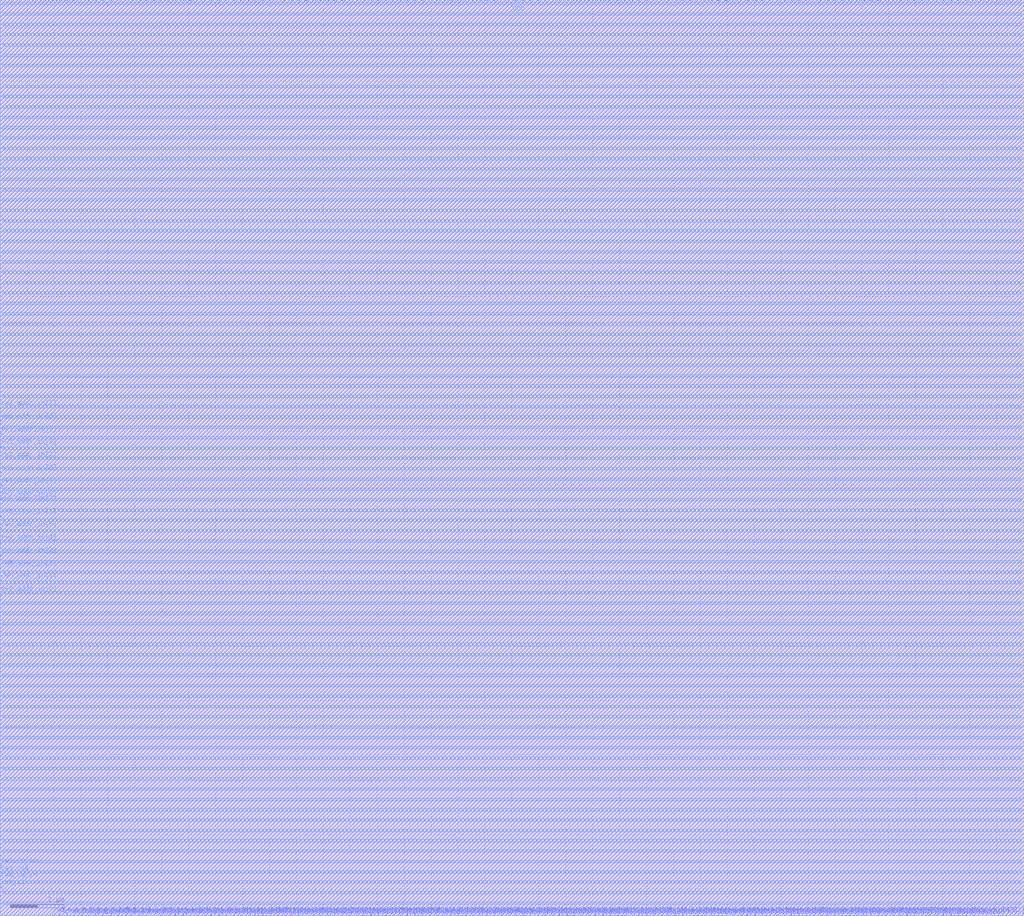
<source format=lef>
# Generated by OpenFakeRAM
VERSION 5.7 ;
BUSBITCHARS "[]" ;
PROPERTYDEFINITIONS
  MACRO width INTEGER ;
  MACRO depth INTEGER ;
  MACRO banks INTEGER ;
END PROPERTYDEFINITIONS
MACRO fakeram_w64_l256
  PROPERTY width 64 ;
  PROPERTY depth 256 ;
  PROPERTY banks 1 ;
  FOREIGN fakeram_w64_l256 0 0 ;
  SYMMETRY X Y R90 ;
  SIZE 38.016 BY 34.032 ;
  CLASS BLOCK ;
  PIN rw0_clk
    DIRECTION INPUT ;
    USE SIGNAL ;
    SHAPE ABUTMENT ;
    PORT
      LAYER M4 ;
      RECT 0.000 1.044 0.048 1.068 ;
    END
  END rw0_clk
  PIN rw0_ce_in
    DIRECTION INPUT ;
    USE SIGNAL ;
    SHAPE ABUTMENT ;
    PORT
      LAYER M4 ;
      RECT 0.000 1.332 0.048 1.356 ;
    END
  END rw0_ce_in
  PIN rw1_clk
    DIRECTION INPUT ;
    USE SIGNAL ;
    SHAPE ABUTMENT ;
    PORT
      LAYER M4 ;
      RECT 0.000 1.572 0.048 1.596 ;
    END
  END rw1_clk
  PIN rw1_ce_in
    DIRECTION INPUT ;
    USE SIGNAL ;
    SHAPE ABUTMENT ;
    PORT
      LAYER M4 ;
      RECT 0.000 1.860 0.048 1.884 ;
    END
  END rw1_ce_in
  PIN rw0_addr_in[0]
    DIRECTION INPUT ;
    USE SIGNAL ;
    SHAPE ABUTMENT ;
    PORT
      LAYER M4 ;
      RECT 0.000 11.940 0.048 11.964 ;
    END
  END rw0_addr_in[0]
  PIN rw0_addr_in[1]
    DIRECTION INPUT ;
    USE SIGNAL ;
    SHAPE ABUTMENT ;
    PORT
      LAYER M4 ;
      RECT 0.000 12.420 0.048 12.444 ;
    END
  END rw0_addr_in[1]
  PIN rw0_addr_in[2]
    DIRECTION INPUT ;
    USE SIGNAL ;
    SHAPE ABUTMENT ;
    PORT
      LAYER M4 ;
      RECT 0.000 12.900 0.048 12.924 ;
    END
  END rw0_addr_in[2]
  PIN rw0_addr_in[3]
    DIRECTION INPUT ;
    USE SIGNAL ;
    SHAPE ABUTMENT ;
    PORT
      LAYER M4 ;
      RECT 0.000 13.380 0.048 13.404 ;
    END
  END rw0_addr_in[3]
  PIN rw0_addr_in[4]
    DIRECTION INPUT ;
    USE SIGNAL ;
    SHAPE ABUTMENT ;
    PORT
      LAYER M4 ;
      RECT 0.000 13.860 0.048 13.884 ;
    END
  END rw0_addr_in[4]
  PIN rw0_addr_in[5]
    DIRECTION INPUT ;
    USE SIGNAL ;
    SHAPE ABUTMENT ;
    PORT
      LAYER M4 ;
      RECT 0.000 14.340 0.048 14.364 ;
    END
  END rw0_addr_in[5]
  PIN rw0_addr_in[6]
    DIRECTION INPUT ;
    USE SIGNAL ;
    SHAPE ABUTMENT ;
    PORT
      LAYER M4 ;
      RECT 0.000 14.820 0.048 14.844 ;
    END
  END rw0_addr_in[6]
  PIN rw0_addr_in[7]
    DIRECTION INPUT ;
    USE SIGNAL ;
    SHAPE ABUTMENT ;
    PORT
      LAYER M4 ;
      RECT 0.000 15.300 0.048 15.324 ;
    END
  END rw0_addr_in[7]
  PIN rw1_addr_in[0]
    DIRECTION INPUT ;
    USE SIGNAL ;
    SHAPE ABUTMENT ;
    PORT
      LAYER M4 ;
      RECT 0.000 15.492 0.048 15.516 ;
    END
  END rw1_addr_in[0]
  PIN rw1_addr_in[1]
    DIRECTION INPUT ;
    USE SIGNAL ;
    SHAPE ABUTMENT ;
    PORT
      LAYER M4 ;
      RECT 0.000 15.972 0.048 15.996 ;
    END
  END rw1_addr_in[1]
  PIN rw1_addr_in[2]
    DIRECTION INPUT ;
    USE SIGNAL ;
    SHAPE ABUTMENT ;
    PORT
      LAYER M4 ;
      RECT 0.000 16.452 0.048 16.476 ;
    END
  END rw1_addr_in[2]
  PIN rw1_addr_in[3]
    DIRECTION INPUT ;
    USE SIGNAL ;
    SHAPE ABUTMENT ;
    PORT
      LAYER M4 ;
      RECT 0.000 16.932 0.048 16.956 ;
    END
  END rw1_addr_in[3]
  PIN rw1_addr_in[4]
    DIRECTION INPUT ;
    USE SIGNAL ;
    SHAPE ABUTMENT ;
    PORT
      LAYER M4 ;
      RECT 0.000 17.412 0.048 17.436 ;
    END
  END rw1_addr_in[4]
  PIN rw1_addr_in[5]
    DIRECTION INPUT ;
    USE SIGNAL ;
    SHAPE ABUTMENT ;
    PORT
      LAYER M4 ;
      RECT 0.000 17.892 0.048 17.916 ;
    END
  END rw1_addr_in[5]
  PIN rw1_addr_in[6]
    DIRECTION INPUT ;
    USE SIGNAL ;
    SHAPE ABUTMENT ;
    PORT
      LAYER M4 ;
      RECT 0.000 18.372 0.048 18.396 ;
    END
  END rw1_addr_in[6]
  PIN rw1_addr_in[7]
    DIRECTION INPUT ;
    USE SIGNAL ;
    SHAPE ABUTMENT ;
    PORT
      LAYER M4 ;
      RECT 0.000 18.852 0.048 18.876 ;
    END
  END rw1_addr_in[7]
  PIN rw1_rd_out[0]
    DIRECTION OUTPUT ;
    USE SIGNAL ;
    SHAPE ABUTMENT ;
    PORT
      LAYER M3 ;
      RECT 1.935 33.996 1.953 34.032 ;
    END
  END rw1_rd_out[0]
  PIN rw0_rd_out[0]
    DIRECTION OUTPUT ;
    USE SIGNAL ;
    SHAPE ABUTMENT ;
    PORT
      LAYER M3 ;
      RECT 2.187 33.996 2.205 34.032 ;
    END
  END rw0_rd_out[0]
  PIN rw1_rd_out[1]
    DIRECTION OUTPUT ;
    USE SIGNAL ;
    SHAPE ABUTMENT ;
    PORT
      LAYER M3 ;
      RECT 2.475 33.996 2.493 34.032 ;
    END
  END rw1_rd_out[1]
  PIN rw0_rd_out[1]
    DIRECTION OUTPUT ;
    USE SIGNAL ;
    SHAPE ABUTMENT ;
    PORT
      LAYER M3 ;
      RECT 2.727 33.996 2.745 34.032 ;
    END
  END rw0_rd_out[1]
  PIN rw1_rd_out[2]
    DIRECTION OUTPUT ;
    USE SIGNAL ;
    SHAPE ABUTMENT ;
    PORT
      LAYER M3 ;
      RECT 3.015 33.996 3.033 34.032 ;
    END
  END rw1_rd_out[2]
  PIN rw0_rd_out[2]
    DIRECTION OUTPUT ;
    USE SIGNAL ;
    SHAPE ABUTMENT ;
    PORT
      LAYER M3 ;
      RECT 3.267 33.996 3.285 34.032 ;
    END
  END rw0_rd_out[2]
  PIN rw1_rd_out[3]
    DIRECTION OUTPUT ;
    USE SIGNAL ;
    SHAPE ABUTMENT ;
    PORT
      LAYER M3 ;
      RECT 3.555 33.996 3.573 34.032 ;
    END
  END rw1_rd_out[3]
  PIN rw0_rd_out[3]
    DIRECTION OUTPUT ;
    USE SIGNAL ;
    SHAPE ABUTMENT ;
    PORT
      LAYER M3 ;
      RECT 3.807 33.996 3.825 34.032 ;
    END
  END rw0_rd_out[3]
  PIN rw1_rd_out[4]
    DIRECTION OUTPUT ;
    USE SIGNAL ;
    SHAPE ABUTMENT ;
    PORT
      LAYER M3 ;
      RECT 4.095 33.996 4.113 34.032 ;
    END
  END rw1_rd_out[4]
  PIN rw0_rd_out[4]
    DIRECTION OUTPUT ;
    USE SIGNAL ;
    SHAPE ABUTMENT ;
    PORT
      LAYER M3 ;
      RECT 4.347 33.996 4.365 34.032 ;
    END
  END rw0_rd_out[4]
  PIN rw1_rd_out[5]
    DIRECTION OUTPUT ;
    USE SIGNAL ;
    SHAPE ABUTMENT ;
    PORT
      LAYER M3 ;
      RECT 4.635 33.996 4.653 34.032 ;
    END
  END rw1_rd_out[5]
  PIN rw0_rd_out[5]
    DIRECTION OUTPUT ;
    USE SIGNAL ;
    SHAPE ABUTMENT ;
    PORT
      LAYER M3 ;
      RECT 4.887 33.996 4.905 34.032 ;
    END
  END rw0_rd_out[5]
  PIN rw1_rd_out[6]
    DIRECTION OUTPUT ;
    USE SIGNAL ;
    SHAPE ABUTMENT ;
    PORT
      LAYER M3 ;
      RECT 5.175 33.996 5.193 34.032 ;
    END
  END rw1_rd_out[6]
  PIN rw0_rd_out[6]
    DIRECTION OUTPUT ;
    USE SIGNAL ;
    SHAPE ABUTMENT ;
    PORT
      LAYER M3 ;
      RECT 5.427 33.996 5.445 34.032 ;
    END
  END rw0_rd_out[6]
  PIN rw1_rd_out[7]
    DIRECTION OUTPUT ;
    USE SIGNAL ;
    SHAPE ABUTMENT ;
    PORT
      LAYER M3 ;
      RECT 5.715 33.996 5.733 34.032 ;
    END
  END rw1_rd_out[7]
  PIN rw0_rd_out[7]
    DIRECTION OUTPUT ;
    USE SIGNAL ;
    SHAPE ABUTMENT ;
    PORT
      LAYER M3 ;
      RECT 5.967 33.996 5.985 34.032 ;
    END
  END rw0_rd_out[7]
  PIN rw1_rd_out[8]
    DIRECTION OUTPUT ;
    USE SIGNAL ;
    SHAPE ABUTMENT ;
    PORT
      LAYER M3 ;
      RECT 6.255 33.996 6.273 34.032 ;
    END
  END rw1_rd_out[8]
  PIN rw0_rd_out[8]
    DIRECTION OUTPUT ;
    USE SIGNAL ;
    SHAPE ABUTMENT ;
    PORT
      LAYER M3 ;
      RECT 6.507 33.996 6.525 34.032 ;
    END
  END rw0_rd_out[8]
  PIN rw1_rd_out[9]
    DIRECTION OUTPUT ;
    USE SIGNAL ;
    SHAPE ABUTMENT ;
    PORT
      LAYER M3 ;
      RECT 6.795 33.996 6.813 34.032 ;
    END
  END rw1_rd_out[9]
  PIN rw0_rd_out[9]
    DIRECTION OUTPUT ;
    USE SIGNAL ;
    SHAPE ABUTMENT ;
    PORT
      LAYER M3 ;
      RECT 7.047 33.996 7.065 34.032 ;
    END
  END rw0_rd_out[9]
  PIN rw1_rd_out[10]
    DIRECTION OUTPUT ;
    USE SIGNAL ;
    SHAPE ABUTMENT ;
    PORT
      LAYER M3 ;
      RECT 7.299 33.996 7.317 34.032 ;
    END
  END rw1_rd_out[10]
  PIN rw0_rd_out[10]
    DIRECTION OUTPUT ;
    USE SIGNAL ;
    SHAPE ABUTMENT ;
    PORT
      LAYER M3 ;
      RECT 7.587 33.996 7.605 34.032 ;
    END
  END rw0_rd_out[10]
  PIN rw1_rd_out[11]
    DIRECTION OUTPUT ;
    USE SIGNAL ;
    SHAPE ABUTMENT ;
    PORT
      LAYER M3 ;
      RECT 7.839 33.996 7.857 34.032 ;
    END
  END rw1_rd_out[11]
  PIN rw0_rd_out[11]
    DIRECTION OUTPUT ;
    USE SIGNAL ;
    SHAPE ABUTMENT ;
    PORT
      LAYER M3 ;
      RECT 8.127 33.996 8.145 34.032 ;
    END
  END rw0_rd_out[11]
  PIN rw1_rd_out[12]
    DIRECTION OUTPUT ;
    USE SIGNAL ;
    SHAPE ABUTMENT ;
    PORT
      LAYER M3 ;
      RECT 8.379 33.996 8.397 34.032 ;
    END
  END rw1_rd_out[12]
  PIN rw0_rd_out[12]
    DIRECTION OUTPUT ;
    USE SIGNAL ;
    SHAPE ABUTMENT ;
    PORT
      LAYER M3 ;
      RECT 8.667 33.996 8.685 34.032 ;
    END
  END rw0_rd_out[12]
  PIN rw1_rd_out[13]
    DIRECTION OUTPUT ;
    USE SIGNAL ;
    SHAPE ABUTMENT ;
    PORT
      LAYER M3 ;
      RECT 8.919 33.996 8.937 34.032 ;
    END
  END rw1_rd_out[13]
  PIN rw0_rd_out[13]
    DIRECTION OUTPUT ;
    USE SIGNAL ;
    SHAPE ABUTMENT ;
    PORT
      LAYER M3 ;
      RECT 9.207 33.996 9.225 34.032 ;
    END
  END rw0_rd_out[13]
  PIN rw1_rd_out[14]
    DIRECTION OUTPUT ;
    USE SIGNAL ;
    SHAPE ABUTMENT ;
    PORT
      LAYER M3 ;
      RECT 9.459 33.996 9.477 34.032 ;
    END
  END rw1_rd_out[14]
  PIN rw0_rd_out[14]
    DIRECTION OUTPUT ;
    USE SIGNAL ;
    SHAPE ABUTMENT ;
    PORT
      LAYER M3 ;
      RECT 9.747 33.996 9.765 34.032 ;
    END
  END rw0_rd_out[14]
  PIN rw1_rd_out[15]
    DIRECTION OUTPUT ;
    USE SIGNAL ;
    SHAPE ABUTMENT ;
    PORT
      LAYER M3 ;
      RECT 9.999 33.996 10.017 34.032 ;
    END
  END rw1_rd_out[15]
  PIN rw0_rd_out[15]
    DIRECTION OUTPUT ;
    USE SIGNAL ;
    SHAPE ABUTMENT ;
    PORT
      LAYER M3 ;
      RECT 10.287 33.996 10.305 34.032 ;
    END
  END rw0_rd_out[15]
  PIN rw1_rd_out[16]
    DIRECTION OUTPUT ;
    USE SIGNAL ;
    SHAPE ABUTMENT ;
    PORT
      LAYER M3 ;
      RECT 10.539 33.996 10.557 34.032 ;
    END
  END rw1_rd_out[16]
  PIN rw0_rd_out[16]
    DIRECTION OUTPUT ;
    USE SIGNAL ;
    SHAPE ABUTMENT ;
    PORT
      LAYER M3 ;
      RECT 10.827 33.996 10.845 34.032 ;
    END
  END rw0_rd_out[16]
  PIN rw1_rd_out[17]
    DIRECTION OUTPUT ;
    USE SIGNAL ;
    SHAPE ABUTMENT ;
    PORT
      LAYER M3 ;
      RECT 11.079 33.996 11.097 34.032 ;
    END
  END rw1_rd_out[17]
  PIN rw0_rd_out[17]
    DIRECTION OUTPUT ;
    USE SIGNAL ;
    SHAPE ABUTMENT ;
    PORT
      LAYER M3 ;
      RECT 11.367 33.996 11.385 34.032 ;
    END
  END rw0_rd_out[17]
  PIN rw1_rd_out[18]
    DIRECTION OUTPUT ;
    USE SIGNAL ;
    SHAPE ABUTMENT ;
    PORT
      LAYER M3 ;
      RECT 11.619 33.996 11.637 34.032 ;
    END
  END rw1_rd_out[18]
  PIN rw0_rd_out[18]
    DIRECTION OUTPUT ;
    USE SIGNAL ;
    SHAPE ABUTMENT ;
    PORT
      LAYER M3 ;
      RECT 11.871 33.996 11.889 34.032 ;
    END
  END rw0_rd_out[18]
  PIN rw1_rd_out[19]
    DIRECTION OUTPUT ;
    USE SIGNAL ;
    SHAPE ABUTMENT ;
    PORT
      LAYER M3 ;
      RECT 12.159 33.996 12.177 34.032 ;
    END
  END rw1_rd_out[19]
  PIN rw0_rd_out[19]
    DIRECTION OUTPUT ;
    USE SIGNAL ;
    SHAPE ABUTMENT ;
    PORT
      LAYER M3 ;
      RECT 12.411 33.996 12.429 34.032 ;
    END
  END rw0_rd_out[19]
  PIN rw1_rd_out[20]
    DIRECTION OUTPUT ;
    USE SIGNAL ;
    SHAPE ABUTMENT ;
    PORT
      LAYER M3 ;
      RECT 12.699 33.996 12.717 34.032 ;
    END
  END rw1_rd_out[20]
  PIN rw0_rd_out[20]
    DIRECTION OUTPUT ;
    USE SIGNAL ;
    SHAPE ABUTMENT ;
    PORT
      LAYER M3 ;
      RECT 12.951 33.996 12.969 34.032 ;
    END
  END rw0_rd_out[20]
  PIN rw1_rd_out[21]
    DIRECTION OUTPUT ;
    USE SIGNAL ;
    SHAPE ABUTMENT ;
    PORT
      LAYER M3 ;
      RECT 13.239 33.996 13.257 34.032 ;
    END
  END rw1_rd_out[21]
  PIN rw0_rd_out[21]
    DIRECTION OUTPUT ;
    USE SIGNAL ;
    SHAPE ABUTMENT ;
    PORT
      LAYER M3 ;
      RECT 13.491 33.996 13.509 34.032 ;
    END
  END rw0_rd_out[21]
  PIN rw1_rd_out[22]
    DIRECTION OUTPUT ;
    USE SIGNAL ;
    SHAPE ABUTMENT ;
    PORT
      LAYER M3 ;
      RECT 13.779 33.996 13.797 34.032 ;
    END
  END rw1_rd_out[22]
  PIN rw0_rd_out[22]
    DIRECTION OUTPUT ;
    USE SIGNAL ;
    SHAPE ABUTMENT ;
    PORT
      LAYER M3 ;
      RECT 14.031 33.996 14.049 34.032 ;
    END
  END rw0_rd_out[22]
  PIN rw1_rd_out[23]
    DIRECTION OUTPUT ;
    USE SIGNAL ;
    SHAPE ABUTMENT ;
    PORT
      LAYER M3 ;
      RECT 14.319 33.996 14.337 34.032 ;
    END
  END rw1_rd_out[23]
  PIN rw0_rd_out[23]
    DIRECTION OUTPUT ;
    USE SIGNAL ;
    SHAPE ABUTMENT ;
    PORT
      LAYER M3 ;
      RECT 14.571 33.996 14.589 34.032 ;
    END
  END rw0_rd_out[23]
  PIN rw1_rd_out[24]
    DIRECTION OUTPUT ;
    USE SIGNAL ;
    SHAPE ABUTMENT ;
    PORT
      LAYER M3 ;
      RECT 14.859 33.996 14.877 34.032 ;
    END
  END rw1_rd_out[24]
  PIN rw0_rd_out[24]
    DIRECTION OUTPUT ;
    USE SIGNAL ;
    SHAPE ABUTMENT ;
    PORT
      LAYER M3 ;
      RECT 15.111 33.996 15.129 34.032 ;
    END
  END rw0_rd_out[24]
  PIN rw1_rd_out[25]
    DIRECTION OUTPUT ;
    USE SIGNAL ;
    SHAPE ABUTMENT ;
    PORT
      LAYER M3 ;
      RECT 15.399 33.996 15.417 34.032 ;
    END
  END rw1_rd_out[25]
  PIN rw0_rd_out[25]
    DIRECTION OUTPUT ;
    USE SIGNAL ;
    SHAPE ABUTMENT ;
    PORT
      LAYER M3 ;
      RECT 15.651 33.996 15.669 34.032 ;
    END
  END rw0_rd_out[25]
  PIN rw1_rd_out[26]
    DIRECTION OUTPUT ;
    USE SIGNAL ;
    SHAPE ABUTMENT ;
    PORT
      LAYER M3 ;
      RECT 15.939 33.996 15.957 34.032 ;
    END
  END rw1_rd_out[26]
  PIN rw0_rd_out[26]
    DIRECTION OUTPUT ;
    USE SIGNAL ;
    SHAPE ABUTMENT ;
    PORT
      LAYER M3 ;
      RECT 16.191 33.996 16.209 34.032 ;
    END
  END rw0_rd_out[26]
  PIN rw1_rd_out[27]
    DIRECTION OUTPUT ;
    USE SIGNAL ;
    SHAPE ABUTMENT ;
    PORT
      LAYER M3 ;
      RECT 16.479 33.996 16.497 34.032 ;
    END
  END rw1_rd_out[27]
  PIN rw0_rd_out[27]
    DIRECTION OUTPUT ;
    USE SIGNAL ;
    SHAPE ABUTMENT ;
    PORT
      LAYER M3 ;
      RECT 16.731 33.996 16.749 34.032 ;
    END
  END rw0_rd_out[27]
  PIN rw1_rd_out[28]
    DIRECTION OUTPUT ;
    USE SIGNAL ;
    SHAPE ABUTMENT ;
    PORT
      LAYER M3 ;
      RECT 16.983 33.996 17.001 34.032 ;
    END
  END rw1_rd_out[28]
  PIN rw0_rd_out[28]
    DIRECTION OUTPUT ;
    USE SIGNAL ;
    SHAPE ABUTMENT ;
    PORT
      LAYER M3 ;
      RECT 17.271 33.996 17.289 34.032 ;
    END
  END rw0_rd_out[28]
  PIN rw1_rd_out[29]
    DIRECTION OUTPUT ;
    USE SIGNAL ;
    SHAPE ABUTMENT ;
    PORT
      LAYER M3 ;
      RECT 17.523 33.996 17.541 34.032 ;
    END
  END rw1_rd_out[29]
  PIN rw0_rd_out[29]
    DIRECTION OUTPUT ;
    USE SIGNAL ;
    SHAPE ABUTMENT ;
    PORT
      LAYER M3 ;
      RECT 17.811 33.996 17.829 34.032 ;
    END
  END rw0_rd_out[29]
  PIN rw1_rd_out[30]
    DIRECTION OUTPUT ;
    USE SIGNAL ;
    SHAPE ABUTMENT ;
    PORT
      LAYER M3 ;
      RECT 18.063 33.996 18.081 34.032 ;
    END
  END rw1_rd_out[30]
  PIN rw0_rd_out[30]
    DIRECTION OUTPUT ;
    USE SIGNAL ;
    SHAPE ABUTMENT ;
    PORT
      LAYER M3 ;
      RECT 18.351 33.996 18.369 34.032 ;
    END
  END rw0_rd_out[30]
  PIN rw1_rd_out[31]
    DIRECTION OUTPUT ;
    USE SIGNAL ;
    SHAPE ABUTMENT ;
    PORT
      LAYER M3 ;
      RECT 18.603 33.996 18.621 34.032 ;
    END
  END rw1_rd_out[31]
  PIN rw0_rd_out[31]
    DIRECTION OUTPUT ;
    USE SIGNAL ;
    SHAPE ABUTMENT ;
    PORT
      LAYER M3 ;
      RECT 18.891 33.996 18.909 34.032 ;
    END
  END rw0_rd_out[31]
  PIN rw1_rd_out[32]
    DIRECTION OUTPUT ;
    USE SIGNAL ;
    SHAPE ABUTMENT ;
    PORT
      LAYER M3 ;
      RECT 19.143 33.996 19.161 34.032 ;
    END
  END rw1_rd_out[32]
  PIN rw0_rd_out[32]
    DIRECTION OUTPUT ;
    USE SIGNAL ;
    SHAPE ABUTMENT ;
    PORT
      LAYER M3 ;
      RECT 19.431 33.996 19.449 34.032 ;
    END
  END rw0_rd_out[32]
  PIN rw1_rd_out[33]
    DIRECTION OUTPUT ;
    USE SIGNAL ;
    SHAPE ABUTMENT ;
    PORT
      LAYER M3 ;
      RECT 19.683 33.996 19.701 34.032 ;
    END
  END rw1_rd_out[33]
  PIN rw0_rd_out[33]
    DIRECTION OUTPUT ;
    USE SIGNAL ;
    SHAPE ABUTMENT ;
    PORT
      LAYER M3 ;
      RECT 19.971 33.996 19.989 34.032 ;
    END
  END rw0_rd_out[33]
  PIN rw1_rd_out[34]
    DIRECTION OUTPUT ;
    USE SIGNAL ;
    SHAPE ABUTMENT ;
    PORT
      LAYER M3 ;
      RECT 20.223 33.996 20.241 34.032 ;
    END
  END rw1_rd_out[34]
  PIN rw0_rd_out[34]
    DIRECTION OUTPUT ;
    USE SIGNAL ;
    SHAPE ABUTMENT ;
    PORT
      LAYER M3 ;
      RECT 20.511 33.996 20.529 34.032 ;
    END
  END rw0_rd_out[34]
  PIN rw1_rd_out[35]
    DIRECTION OUTPUT ;
    USE SIGNAL ;
    SHAPE ABUTMENT ;
    PORT
      LAYER M3 ;
      RECT 20.763 33.996 20.781 34.032 ;
    END
  END rw1_rd_out[35]
  PIN rw0_rd_out[35]
    DIRECTION OUTPUT ;
    USE SIGNAL ;
    SHAPE ABUTMENT ;
    PORT
      LAYER M3 ;
      RECT 21.051 33.996 21.069 34.032 ;
    END
  END rw0_rd_out[35]
  PIN rw1_rd_out[36]
    DIRECTION OUTPUT ;
    USE SIGNAL ;
    SHAPE ABUTMENT ;
    PORT
      LAYER M3 ;
      RECT 21.303 33.996 21.321 34.032 ;
    END
  END rw1_rd_out[36]
  PIN rw0_rd_out[36]
    DIRECTION OUTPUT ;
    USE SIGNAL ;
    SHAPE ABUTMENT ;
    PORT
      LAYER M3 ;
      RECT 21.555 33.996 21.573 34.032 ;
    END
  END rw0_rd_out[36]
  PIN rw1_rd_out[37]
    DIRECTION OUTPUT ;
    USE SIGNAL ;
    SHAPE ABUTMENT ;
    PORT
      LAYER M3 ;
      RECT 21.843 33.996 21.861 34.032 ;
    END
  END rw1_rd_out[37]
  PIN rw0_rd_out[37]
    DIRECTION OUTPUT ;
    USE SIGNAL ;
    SHAPE ABUTMENT ;
    PORT
      LAYER M3 ;
      RECT 22.095 33.996 22.113 34.032 ;
    END
  END rw0_rd_out[37]
  PIN rw1_rd_out[38]
    DIRECTION OUTPUT ;
    USE SIGNAL ;
    SHAPE ABUTMENT ;
    PORT
      LAYER M3 ;
      RECT 22.383 33.996 22.401 34.032 ;
    END
  END rw1_rd_out[38]
  PIN rw0_rd_out[38]
    DIRECTION OUTPUT ;
    USE SIGNAL ;
    SHAPE ABUTMENT ;
    PORT
      LAYER M3 ;
      RECT 22.635 33.996 22.653 34.032 ;
    END
  END rw0_rd_out[38]
  PIN rw1_rd_out[39]
    DIRECTION OUTPUT ;
    USE SIGNAL ;
    SHAPE ABUTMENT ;
    PORT
      LAYER M3 ;
      RECT 22.923 33.996 22.941 34.032 ;
    END
  END rw1_rd_out[39]
  PIN rw0_rd_out[39]
    DIRECTION OUTPUT ;
    USE SIGNAL ;
    SHAPE ABUTMENT ;
    PORT
      LAYER M3 ;
      RECT 23.175 33.996 23.193 34.032 ;
    END
  END rw0_rd_out[39]
  PIN rw1_rd_out[40]
    DIRECTION OUTPUT ;
    USE SIGNAL ;
    SHAPE ABUTMENT ;
    PORT
      LAYER M3 ;
      RECT 23.463 33.996 23.481 34.032 ;
    END
  END rw1_rd_out[40]
  PIN rw0_rd_out[40]
    DIRECTION OUTPUT ;
    USE SIGNAL ;
    SHAPE ABUTMENT ;
    PORT
      LAYER M3 ;
      RECT 23.715 33.996 23.733 34.032 ;
    END
  END rw0_rd_out[40]
  PIN rw1_rd_out[41]
    DIRECTION OUTPUT ;
    USE SIGNAL ;
    SHAPE ABUTMENT ;
    PORT
      LAYER M3 ;
      RECT 24.003 33.996 24.021 34.032 ;
    END
  END rw1_rd_out[41]
  PIN rw0_rd_out[41]
    DIRECTION OUTPUT ;
    USE SIGNAL ;
    SHAPE ABUTMENT ;
    PORT
      LAYER M3 ;
      RECT 24.255 33.996 24.273 34.032 ;
    END
  END rw0_rd_out[41]
  PIN rw1_rd_out[42]
    DIRECTION OUTPUT ;
    USE SIGNAL ;
    SHAPE ABUTMENT ;
    PORT
      LAYER M3 ;
      RECT 24.543 33.996 24.561 34.032 ;
    END
  END rw1_rd_out[42]
  PIN rw0_rd_out[42]
    DIRECTION OUTPUT ;
    USE SIGNAL ;
    SHAPE ABUTMENT ;
    PORT
      LAYER M3 ;
      RECT 24.795 33.996 24.813 34.032 ;
    END
  END rw0_rd_out[42]
  PIN rw1_rd_out[43]
    DIRECTION OUTPUT ;
    USE SIGNAL ;
    SHAPE ABUTMENT ;
    PORT
      LAYER M3 ;
      RECT 25.083 33.996 25.101 34.032 ;
    END
  END rw1_rd_out[43]
  PIN rw0_rd_out[43]
    DIRECTION OUTPUT ;
    USE SIGNAL ;
    SHAPE ABUTMENT ;
    PORT
      LAYER M3 ;
      RECT 25.335 33.996 25.353 34.032 ;
    END
  END rw0_rd_out[43]
  PIN rw1_rd_out[44]
    DIRECTION OUTPUT ;
    USE SIGNAL ;
    SHAPE ABUTMENT ;
    PORT
      LAYER M3 ;
      RECT 25.623 33.996 25.641 34.032 ;
    END
  END rw1_rd_out[44]
  PIN rw0_rd_out[44]
    DIRECTION OUTPUT ;
    USE SIGNAL ;
    SHAPE ABUTMENT ;
    PORT
      LAYER M3 ;
      RECT 25.875 33.996 25.893 34.032 ;
    END
  END rw0_rd_out[44]
  PIN rw1_rd_out[45]
    DIRECTION OUTPUT ;
    USE SIGNAL ;
    SHAPE ABUTMENT ;
    PORT
      LAYER M3 ;
      RECT 26.163 33.996 26.181 34.032 ;
    END
  END rw1_rd_out[45]
  PIN rw0_rd_out[45]
    DIRECTION OUTPUT ;
    USE SIGNAL ;
    SHAPE ABUTMENT ;
    PORT
      LAYER M3 ;
      RECT 26.415 33.996 26.433 34.032 ;
    END
  END rw0_rd_out[45]
  PIN rw1_rd_out[46]
    DIRECTION OUTPUT ;
    USE SIGNAL ;
    SHAPE ABUTMENT ;
    PORT
      LAYER M3 ;
      RECT 26.667 33.996 26.685 34.032 ;
    END
  END rw1_rd_out[46]
  PIN rw0_rd_out[46]
    DIRECTION OUTPUT ;
    USE SIGNAL ;
    SHAPE ABUTMENT ;
    PORT
      LAYER M3 ;
      RECT 26.955 33.996 26.973 34.032 ;
    END
  END rw0_rd_out[46]
  PIN rw1_rd_out[47]
    DIRECTION OUTPUT ;
    USE SIGNAL ;
    SHAPE ABUTMENT ;
    PORT
      LAYER M3 ;
      RECT 27.207 33.996 27.225 34.032 ;
    END
  END rw1_rd_out[47]
  PIN rw0_rd_out[47]
    DIRECTION OUTPUT ;
    USE SIGNAL ;
    SHAPE ABUTMENT ;
    PORT
      LAYER M3 ;
      RECT 27.495 33.996 27.513 34.032 ;
    END
  END rw0_rd_out[47]
  PIN rw1_rd_out[48]
    DIRECTION OUTPUT ;
    USE SIGNAL ;
    SHAPE ABUTMENT ;
    PORT
      LAYER M3 ;
      RECT 27.747 33.996 27.765 34.032 ;
    END
  END rw1_rd_out[48]
  PIN rw0_rd_out[48]
    DIRECTION OUTPUT ;
    USE SIGNAL ;
    SHAPE ABUTMENT ;
    PORT
      LAYER M3 ;
      RECT 28.035 33.996 28.053 34.032 ;
    END
  END rw0_rd_out[48]
  PIN rw1_rd_out[49]
    DIRECTION OUTPUT ;
    USE SIGNAL ;
    SHAPE ABUTMENT ;
    PORT
      LAYER M3 ;
      RECT 28.287 33.996 28.305 34.032 ;
    END
  END rw1_rd_out[49]
  PIN rw0_rd_out[49]
    DIRECTION OUTPUT ;
    USE SIGNAL ;
    SHAPE ABUTMENT ;
    PORT
      LAYER M3 ;
      RECT 28.575 33.996 28.593 34.032 ;
    END
  END rw0_rd_out[49]
  PIN rw1_rd_out[50]
    DIRECTION OUTPUT ;
    USE SIGNAL ;
    SHAPE ABUTMENT ;
    PORT
      LAYER M3 ;
      RECT 28.827 33.996 28.845 34.032 ;
    END
  END rw1_rd_out[50]
  PIN rw0_rd_out[50]
    DIRECTION OUTPUT ;
    USE SIGNAL ;
    SHAPE ABUTMENT ;
    PORT
      LAYER M3 ;
      RECT 29.115 33.996 29.133 34.032 ;
    END
  END rw0_rd_out[50]
  PIN rw1_rd_out[51]
    DIRECTION OUTPUT ;
    USE SIGNAL ;
    SHAPE ABUTMENT ;
    PORT
      LAYER M3 ;
      RECT 29.367 33.996 29.385 34.032 ;
    END
  END rw1_rd_out[51]
  PIN rw0_rd_out[51]
    DIRECTION OUTPUT ;
    USE SIGNAL ;
    SHAPE ABUTMENT ;
    PORT
      LAYER M3 ;
      RECT 29.655 33.996 29.673 34.032 ;
    END
  END rw0_rd_out[51]
  PIN rw1_rd_out[52]
    DIRECTION OUTPUT ;
    USE SIGNAL ;
    SHAPE ABUTMENT ;
    PORT
      LAYER M3 ;
      RECT 29.907 33.996 29.925 34.032 ;
    END
  END rw1_rd_out[52]
  PIN rw0_rd_out[52]
    DIRECTION OUTPUT ;
    USE SIGNAL ;
    SHAPE ABUTMENT ;
    PORT
      LAYER M3 ;
      RECT 30.195 33.996 30.213 34.032 ;
    END
  END rw0_rd_out[52]
  PIN rw1_rd_out[53]
    DIRECTION OUTPUT ;
    USE SIGNAL ;
    SHAPE ABUTMENT ;
    PORT
      LAYER M3 ;
      RECT 30.447 33.996 30.465 34.032 ;
    END
  END rw1_rd_out[53]
  PIN rw0_rd_out[53]
    DIRECTION OUTPUT ;
    USE SIGNAL ;
    SHAPE ABUTMENT ;
    PORT
      LAYER M3 ;
      RECT 30.735 33.996 30.753 34.032 ;
    END
  END rw0_rd_out[53]
  PIN rw1_rd_out[54]
    DIRECTION OUTPUT ;
    USE SIGNAL ;
    SHAPE ABUTMENT ;
    PORT
      LAYER M3 ;
      RECT 30.987 33.996 31.005 34.032 ;
    END
  END rw1_rd_out[54]
  PIN rw0_rd_out[54]
    DIRECTION OUTPUT ;
    USE SIGNAL ;
    SHAPE ABUTMENT ;
    PORT
      LAYER M3 ;
      RECT 31.239 33.996 31.257 34.032 ;
    END
  END rw0_rd_out[54]
  PIN rw1_rd_out[55]
    DIRECTION OUTPUT ;
    USE SIGNAL ;
    SHAPE ABUTMENT ;
    PORT
      LAYER M3 ;
      RECT 31.527 33.996 31.545 34.032 ;
    END
  END rw1_rd_out[55]
  PIN rw0_rd_out[55]
    DIRECTION OUTPUT ;
    USE SIGNAL ;
    SHAPE ABUTMENT ;
    PORT
      LAYER M3 ;
      RECT 31.779 33.996 31.797 34.032 ;
    END
  END rw0_rd_out[55]
  PIN rw1_rd_out[56]
    DIRECTION OUTPUT ;
    USE SIGNAL ;
    SHAPE ABUTMENT ;
    PORT
      LAYER M3 ;
      RECT 32.067 33.996 32.085 34.032 ;
    END
  END rw1_rd_out[56]
  PIN rw0_rd_out[56]
    DIRECTION OUTPUT ;
    USE SIGNAL ;
    SHAPE ABUTMENT ;
    PORT
      LAYER M3 ;
      RECT 32.319 33.996 32.337 34.032 ;
    END
  END rw0_rd_out[56]
  PIN rw1_rd_out[57]
    DIRECTION OUTPUT ;
    USE SIGNAL ;
    SHAPE ABUTMENT ;
    PORT
      LAYER M3 ;
      RECT 32.607 33.996 32.625 34.032 ;
    END
  END rw1_rd_out[57]
  PIN rw0_rd_out[57]
    DIRECTION OUTPUT ;
    USE SIGNAL ;
    SHAPE ABUTMENT ;
    PORT
      LAYER M3 ;
      RECT 32.859 33.996 32.877 34.032 ;
    END
  END rw0_rd_out[57]
  PIN rw1_rd_out[58]
    DIRECTION OUTPUT ;
    USE SIGNAL ;
    SHAPE ABUTMENT ;
    PORT
      LAYER M3 ;
      RECT 33.147 33.996 33.165 34.032 ;
    END
  END rw1_rd_out[58]
  PIN rw0_rd_out[58]
    DIRECTION OUTPUT ;
    USE SIGNAL ;
    SHAPE ABUTMENT ;
    PORT
      LAYER M3 ;
      RECT 33.399 33.996 33.417 34.032 ;
    END
  END rw0_rd_out[58]
  PIN rw1_rd_out[59]
    DIRECTION OUTPUT ;
    USE SIGNAL ;
    SHAPE ABUTMENT ;
    PORT
      LAYER M3 ;
      RECT 33.687 33.996 33.705 34.032 ;
    END
  END rw1_rd_out[59]
  PIN rw0_rd_out[59]
    DIRECTION OUTPUT ;
    USE SIGNAL ;
    SHAPE ABUTMENT ;
    PORT
      LAYER M3 ;
      RECT 33.939 33.996 33.957 34.032 ;
    END
  END rw0_rd_out[59]
  PIN rw1_rd_out[60]
    DIRECTION OUTPUT ;
    USE SIGNAL ;
    SHAPE ABUTMENT ;
    PORT
      LAYER M3 ;
      RECT 34.227 33.996 34.245 34.032 ;
    END
  END rw1_rd_out[60]
  PIN rw0_rd_out[60]
    DIRECTION OUTPUT ;
    USE SIGNAL ;
    SHAPE ABUTMENT ;
    PORT
      LAYER M3 ;
      RECT 34.479 33.996 34.497 34.032 ;
    END
  END rw0_rd_out[60]
  PIN rw1_rd_out[61]
    DIRECTION OUTPUT ;
    USE SIGNAL ;
    SHAPE ABUTMENT ;
    PORT
      LAYER M3 ;
      RECT 34.767 33.996 34.785 34.032 ;
    END
  END rw1_rd_out[61]
  PIN rw0_rd_out[61]
    DIRECTION OUTPUT ;
    USE SIGNAL ;
    SHAPE ABUTMENT ;
    PORT
      LAYER M3 ;
      RECT 35.019 33.996 35.037 34.032 ;
    END
  END rw0_rd_out[61]
  PIN rw1_rd_out[62]
    DIRECTION OUTPUT ;
    USE SIGNAL ;
    SHAPE ABUTMENT ;
    PORT
      LAYER M3 ;
      RECT 35.307 33.996 35.325 34.032 ;
    END
  END rw1_rd_out[62]
  PIN rw0_rd_out[62]
    DIRECTION OUTPUT ;
    USE SIGNAL ;
    SHAPE ABUTMENT ;
    PORT
      LAYER M3 ;
      RECT 35.559 33.996 35.577 34.032 ;
    END
  END rw0_rd_out[62]
  PIN rw1_rd_out[63]
    DIRECTION OUTPUT ;
    USE SIGNAL ;
    SHAPE ABUTMENT ;
    PORT
      LAYER M3 ;
      RECT 35.847 33.996 35.865 34.032 ;
    END
  END rw1_rd_out[63]
  PIN rw0_rd_out[63]
    DIRECTION OUTPUT ;
    USE SIGNAL ;
    SHAPE ABUTMENT ;
    PORT
      LAYER M3 ;
      RECT 36.099 33.996 36.117 34.032 ;
    END
  END rw0_rd_out[63]
  PIN rw0_we_in
    DIRECTION INPUT ;
    USE SIGNAL ;
    SHAPE ABUTMENT ;
    PORT
      LAYER M4 ;
      RECT 37.968 31.284 38.016 31.308 ;
    END
  END rw0_we_in
  PIN rw1_we_in
    DIRECTION INPUT ;
    USE SIGNAL ;
    SHAPE ABUTMENT ;
    PORT
      LAYER M4 ;
      RECT 37.968 32.148 38.016 32.172 ;
    END
  END rw1_we_in
  PIN rw1_wd_in[0]
    DIRECTION INPUT ;
    USE SIGNAL ;
    SHAPE ABUTMENT ;
    PORT
      LAYER M3 ;
      RECT 1.935 0.000 1.953 0.036 ;
    END
  END rw1_wd_in[0]
  PIN rw0_wd_in[0]
    DIRECTION INPUT ;
    USE SIGNAL ;
    SHAPE ABUTMENT ;
    PORT
      LAYER M3 ;
      RECT 2.187 0.000 2.205 0.036 ;
    END
  END rw0_wd_in[0]
  PIN rw1_wd_in[1]
    DIRECTION INPUT ;
    USE SIGNAL ;
    SHAPE ABUTMENT ;
    PORT
      LAYER M3 ;
      RECT 2.475 0.000 2.493 0.036 ;
    END
  END rw1_wd_in[1]
  PIN rw0_wd_in[1]
    DIRECTION INPUT ;
    USE SIGNAL ;
    SHAPE ABUTMENT ;
    PORT
      LAYER M3 ;
      RECT 2.727 0.000 2.745 0.036 ;
    END
  END rw0_wd_in[1]
  PIN rw1_wd_in[2]
    DIRECTION INPUT ;
    USE SIGNAL ;
    SHAPE ABUTMENT ;
    PORT
      LAYER M3 ;
      RECT 3.015 0.000 3.033 0.036 ;
    END
  END rw1_wd_in[2]
  PIN rw0_wd_in[2]
    DIRECTION INPUT ;
    USE SIGNAL ;
    SHAPE ABUTMENT ;
    PORT
      LAYER M3 ;
      RECT 3.267 0.000 3.285 0.036 ;
    END
  END rw0_wd_in[2]
  PIN rw1_wd_in[3]
    DIRECTION INPUT ;
    USE SIGNAL ;
    SHAPE ABUTMENT ;
    PORT
      LAYER M3 ;
      RECT 3.555 0.000 3.573 0.036 ;
    END
  END rw1_wd_in[3]
  PIN rw0_wd_in[3]
    DIRECTION INPUT ;
    USE SIGNAL ;
    SHAPE ABUTMENT ;
    PORT
      LAYER M3 ;
      RECT 3.807 0.000 3.825 0.036 ;
    END
  END rw0_wd_in[3]
  PIN rw1_wd_in[4]
    DIRECTION INPUT ;
    USE SIGNAL ;
    SHAPE ABUTMENT ;
    PORT
      LAYER M3 ;
      RECT 4.095 0.000 4.113 0.036 ;
    END
  END rw1_wd_in[4]
  PIN rw0_wd_in[4]
    DIRECTION INPUT ;
    USE SIGNAL ;
    SHAPE ABUTMENT ;
    PORT
      LAYER M3 ;
      RECT 4.347 0.000 4.365 0.036 ;
    END
  END rw0_wd_in[4]
  PIN rw1_wd_in[5]
    DIRECTION INPUT ;
    USE SIGNAL ;
    SHAPE ABUTMENT ;
    PORT
      LAYER M3 ;
      RECT 4.635 0.000 4.653 0.036 ;
    END
  END rw1_wd_in[5]
  PIN rw0_wd_in[5]
    DIRECTION INPUT ;
    USE SIGNAL ;
    SHAPE ABUTMENT ;
    PORT
      LAYER M3 ;
      RECT 4.887 0.000 4.905 0.036 ;
    END
  END rw0_wd_in[5]
  PIN rw1_wd_in[6]
    DIRECTION INPUT ;
    USE SIGNAL ;
    SHAPE ABUTMENT ;
    PORT
      LAYER M3 ;
      RECT 5.175 0.000 5.193 0.036 ;
    END
  END rw1_wd_in[6]
  PIN rw0_wd_in[6]
    DIRECTION INPUT ;
    USE SIGNAL ;
    SHAPE ABUTMENT ;
    PORT
      LAYER M3 ;
      RECT 5.427 0.000 5.445 0.036 ;
    END
  END rw0_wd_in[6]
  PIN rw1_wd_in[7]
    DIRECTION INPUT ;
    USE SIGNAL ;
    SHAPE ABUTMENT ;
    PORT
      LAYER M3 ;
      RECT 5.715 0.000 5.733 0.036 ;
    END
  END rw1_wd_in[7]
  PIN rw0_wd_in[7]
    DIRECTION INPUT ;
    USE SIGNAL ;
    SHAPE ABUTMENT ;
    PORT
      LAYER M3 ;
      RECT 5.967 0.000 5.985 0.036 ;
    END
  END rw0_wd_in[7]
  PIN rw1_wd_in[8]
    DIRECTION INPUT ;
    USE SIGNAL ;
    SHAPE ABUTMENT ;
    PORT
      LAYER M3 ;
      RECT 6.255 0.000 6.273 0.036 ;
    END
  END rw1_wd_in[8]
  PIN rw0_wd_in[8]
    DIRECTION INPUT ;
    USE SIGNAL ;
    SHAPE ABUTMENT ;
    PORT
      LAYER M3 ;
      RECT 6.507 0.000 6.525 0.036 ;
    END
  END rw0_wd_in[8]
  PIN rw1_wd_in[9]
    DIRECTION INPUT ;
    USE SIGNAL ;
    SHAPE ABUTMENT ;
    PORT
      LAYER M3 ;
      RECT 6.795 0.000 6.813 0.036 ;
    END
  END rw1_wd_in[9]
  PIN rw0_wd_in[9]
    DIRECTION INPUT ;
    USE SIGNAL ;
    SHAPE ABUTMENT ;
    PORT
      LAYER M3 ;
      RECT 7.047 0.000 7.065 0.036 ;
    END
  END rw0_wd_in[9]
  PIN rw1_wd_in[10]
    DIRECTION INPUT ;
    USE SIGNAL ;
    SHAPE ABUTMENT ;
    PORT
      LAYER M3 ;
      RECT 7.299 0.000 7.317 0.036 ;
    END
  END rw1_wd_in[10]
  PIN rw0_wd_in[10]
    DIRECTION INPUT ;
    USE SIGNAL ;
    SHAPE ABUTMENT ;
    PORT
      LAYER M3 ;
      RECT 7.587 0.000 7.605 0.036 ;
    END
  END rw0_wd_in[10]
  PIN rw1_wd_in[11]
    DIRECTION INPUT ;
    USE SIGNAL ;
    SHAPE ABUTMENT ;
    PORT
      LAYER M3 ;
      RECT 7.839 0.000 7.857 0.036 ;
    END
  END rw1_wd_in[11]
  PIN rw0_wd_in[11]
    DIRECTION INPUT ;
    USE SIGNAL ;
    SHAPE ABUTMENT ;
    PORT
      LAYER M3 ;
      RECT 8.127 0.000 8.145 0.036 ;
    END
  END rw0_wd_in[11]
  PIN rw1_wd_in[12]
    DIRECTION INPUT ;
    USE SIGNAL ;
    SHAPE ABUTMENT ;
    PORT
      LAYER M3 ;
      RECT 8.379 0.000 8.397 0.036 ;
    END
  END rw1_wd_in[12]
  PIN rw0_wd_in[12]
    DIRECTION INPUT ;
    USE SIGNAL ;
    SHAPE ABUTMENT ;
    PORT
      LAYER M3 ;
      RECT 8.667 0.000 8.685 0.036 ;
    END
  END rw0_wd_in[12]
  PIN rw1_wd_in[13]
    DIRECTION INPUT ;
    USE SIGNAL ;
    SHAPE ABUTMENT ;
    PORT
      LAYER M3 ;
      RECT 8.919 0.000 8.937 0.036 ;
    END
  END rw1_wd_in[13]
  PIN rw0_wd_in[13]
    DIRECTION INPUT ;
    USE SIGNAL ;
    SHAPE ABUTMENT ;
    PORT
      LAYER M3 ;
      RECT 9.207 0.000 9.225 0.036 ;
    END
  END rw0_wd_in[13]
  PIN rw1_wd_in[14]
    DIRECTION INPUT ;
    USE SIGNAL ;
    SHAPE ABUTMENT ;
    PORT
      LAYER M3 ;
      RECT 9.459 0.000 9.477 0.036 ;
    END
  END rw1_wd_in[14]
  PIN rw0_wd_in[14]
    DIRECTION INPUT ;
    USE SIGNAL ;
    SHAPE ABUTMENT ;
    PORT
      LAYER M3 ;
      RECT 9.747 0.000 9.765 0.036 ;
    END
  END rw0_wd_in[14]
  PIN rw1_wd_in[15]
    DIRECTION INPUT ;
    USE SIGNAL ;
    SHAPE ABUTMENT ;
    PORT
      LAYER M3 ;
      RECT 9.999 0.000 10.017 0.036 ;
    END
  END rw1_wd_in[15]
  PIN rw0_wd_in[15]
    DIRECTION INPUT ;
    USE SIGNAL ;
    SHAPE ABUTMENT ;
    PORT
      LAYER M3 ;
      RECT 10.287 0.000 10.305 0.036 ;
    END
  END rw0_wd_in[15]
  PIN rw1_wd_in[16]
    DIRECTION INPUT ;
    USE SIGNAL ;
    SHAPE ABUTMENT ;
    PORT
      LAYER M3 ;
      RECT 10.539 0.000 10.557 0.036 ;
    END
  END rw1_wd_in[16]
  PIN rw0_wd_in[16]
    DIRECTION INPUT ;
    USE SIGNAL ;
    SHAPE ABUTMENT ;
    PORT
      LAYER M3 ;
      RECT 10.827 0.000 10.845 0.036 ;
    END
  END rw0_wd_in[16]
  PIN rw1_wd_in[17]
    DIRECTION INPUT ;
    USE SIGNAL ;
    SHAPE ABUTMENT ;
    PORT
      LAYER M3 ;
      RECT 11.079 0.000 11.097 0.036 ;
    END
  END rw1_wd_in[17]
  PIN rw0_wd_in[17]
    DIRECTION INPUT ;
    USE SIGNAL ;
    SHAPE ABUTMENT ;
    PORT
      LAYER M3 ;
      RECT 11.367 0.000 11.385 0.036 ;
    END
  END rw0_wd_in[17]
  PIN rw1_wd_in[18]
    DIRECTION INPUT ;
    USE SIGNAL ;
    SHAPE ABUTMENT ;
    PORT
      LAYER M3 ;
      RECT 11.619 0.000 11.637 0.036 ;
    END
  END rw1_wd_in[18]
  PIN rw0_wd_in[18]
    DIRECTION INPUT ;
    USE SIGNAL ;
    SHAPE ABUTMENT ;
    PORT
      LAYER M3 ;
      RECT 11.871 0.000 11.889 0.036 ;
    END
  END rw0_wd_in[18]
  PIN rw1_wd_in[19]
    DIRECTION INPUT ;
    USE SIGNAL ;
    SHAPE ABUTMENT ;
    PORT
      LAYER M3 ;
      RECT 12.159 0.000 12.177 0.036 ;
    END
  END rw1_wd_in[19]
  PIN rw0_wd_in[19]
    DIRECTION INPUT ;
    USE SIGNAL ;
    SHAPE ABUTMENT ;
    PORT
      LAYER M3 ;
      RECT 12.411 0.000 12.429 0.036 ;
    END
  END rw0_wd_in[19]
  PIN rw1_wd_in[20]
    DIRECTION INPUT ;
    USE SIGNAL ;
    SHAPE ABUTMENT ;
    PORT
      LAYER M3 ;
      RECT 12.699 0.000 12.717 0.036 ;
    END
  END rw1_wd_in[20]
  PIN rw0_wd_in[20]
    DIRECTION INPUT ;
    USE SIGNAL ;
    SHAPE ABUTMENT ;
    PORT
      LAYER M3 ;
      RECT 12.951 0.000 12.969 0.036 ;
    END
  END rw0_wd_in[20]
  PIN rw1_wd_in[21]
    DIRECTION INPUT ;
    USE SIGNAL ;
    SHAPE ABUTMENT ;
    PORT
      LAYER M3 ;
      RECT 13.239 0.000 13.257 0.036 ;
    END
  END rw1_wd_in[21]
  PIN rw0_wd_in[21]
    DIRECTION INPUT ;
    USE SIGNAL ;
    SHAPE ABUTMENT ;
    PORT
      LAYER M3 ;
      RECT 13.491 0.000 13.509 0.036 ;
    END
  END rw0_wd_in[21]
  PIN rw1_wd_in[22]
    DIRECTION INPUT ;
    USE SIGNAL ;
    SHAPE ABUTMENT ;
    PORT
      LAYER M3 ;
      RECT 13.779 0.000 13.797 0.036 ;
    END
  END rw1_wd_in[22]
  PIN rw0_wd_in[22]
    DIRECTION INPUT ;
    USE SIGNAL ;
    SHAPE ABUTMENT ;
    PORT
      LAYER M3 ;
      RECT 14.031 0.000 14.049 0.036 ;
    END
  END rw0_wd_in[22]
  PIN rw1_wd_in[23]
    DIRECTION INPUT ;
    USE SIGNAL ;
    SHAPE ABUTMENT ;
    PORT
      LAYER M3 ;
      RECT 14.319 0.000 14.337 0.036 ;
    END
  END rw1_wd_in[23]
  PIN rw0_wd_in[23]
    DIRECTION INPUT ;
    USE SIGNAL ;
    SHAPE ABUTMENT ;
    PORT
      LAYER M3 ;
      RECT 14.571 0.000 14.589 0.036 ;
    END
  END rw0_wd_in[23]
  PIN rw1_wd_in[24]
    DIRECTION INPUT ;
    USE SIGNAL ;
    SHAPE ABUTMENT ;
    PORT
      LAYER M3 ;
      RECT 14.859 0.000 14.877 0.036 ;
    END
  END rw1_wd_in[24]
  PIN rw0_wd_in[24]
    DIRECTION INPUT ;
    USE SIGNAL ;
    SHAPE ABUTMENT ;
    PORT
      LAYER M3 ;
      RECT 15.111 0.000 15.129 0.036 ;
    END
  END rw0_wd_in[24]
  PIN rw1_wd_in[25]
    DIRECTION INPUT ;
    USE SIGNAL ;
    SHAPE ABUTMENT ;
    PORT
      LAYER M3 ;
      RECT 15.399 0.000 15.417 0.036 ;
    END
  END rw1_wd_in[25]
  PIN rw0_wd_in[25]
    DIRECTION INPUT ;
    USE SIGNAL ;
    SHAPE ABUTMENT ;
    PORT
      LAYER M3 ;
      RECT 15.651 0.000 15.669 0.036 ;
    END
  END rw0_wd_in[25]
  PIN rw1_wd_in[26]
    DIRECTION INPUT ;
    USE SIGNAL ;
    SHAPE ABUTMENT ;
    PORT
      LAYER M3 ;
      RECT 15.939 0.000 15.957 0.036 ;
    END
  END rw1_wd_in[26]
  PIN rw0_wd_in[26]
    DIRECTION INPUT ;
    USE SIGNAL ;
    SHAPE ABUTMENT ;
    PORT
      LAYER M3 ;
      RECT 16.191 0.000 16.209 0.036 ;
    END
  END rw0_wd_in[26]
  PIN rw1_wd_in[27]
    DIRECTION INPUT ;
    USE SIGNAL ;
    SHAPE ABUTMENT ;
    PORT
      LAYER M3 ;
      RECT 16.479 0.000 16.497 0.036 ;
    END
  END rw1_wd_in[27]
  PIN rw0_wd_in[27]
    DIRECTION INPUT ;
    USE SIGNAL ;
    SHAPE ABUTMENT ;
    PORT
      LAYER M3 ;
      RECT 16.731 0.000 16.749 0.036 ;
    END
  END rw0_wd_in[27]
  PIN rw1_wd_in[28]
    DIRECTION INPUT ;
    USE SIGNAL ;
    SHAPE ABUTMENT ;
    PORT
      LAYER M3 ;
      RECT 16.983 0.000 17.001 0.036 ;
    END
  END rw1_wd_in[28]
  PIN rw0_wd_in[28]
    DIRECTION INPUT ;
    USE SIGNAL ;
    SHAPE ABUTMENT ;
    PORT
      LAYER M3 ;
      RECT 17.271 0.000 17.289 0.036 ;
    END
  END rw0_wd_in[28]
  PIN rw1_wd_in[29]
    DIRECTION INPUT ;
    USE SIGNAL ;
    SHAPE ABUTMENT ;
    PORT
      LAYER M3 ;
      RECT 17.523 0.000 17.541 0.036 ;
    END
  END rw1_wd_in[29]
  PIN rw0_wd_in[29]
    DIRECTION INPUT ;
    USE SIGNAL ;
    SHAPE ABUTMENT ;
    PORT
      LAYER M3 ;
      RECT 17.811 0.000 17.829 0.036 ;
    END
  END rw0_wd_in[29]
  PIN rw1_wd_in[30]
    DIRECTION INPUT ;
    USE SIGNAL ;
    SHAPE ABUTMENT ;
    PORT
      LAYER M3 ;
      RECT 18.063 0.000 18.081 0.036 ;
    END
  END rw1_wd_in[30]
  PIN rw0_wd_in[30]
    DIRECTION INPUT ;
    USE SIGNAL ;
    SHAPE ABUTMENT ;
    PORT
      LAYER M3 ;
      RECT 18.351 0.000 18.369 0.036 ;
    END
  END rw0_wd_in[30]
  PIN rw1_wd_in[31]
    DIRECTION INPUT ;
    USE SIGNAL ;
    SHAPE ABUTMENT ;
    PORT
      LAYER M3 ;
      RECT 18.603 0.000 18.621 0.036 ;
    END
  END rw1_wd_in[31]
  PIN rw0_wd_in[31]
    DIRECTION INPUT ;
    USE SIGNAL ;
    SHAPE ABUTMENT ;
    PORT
      LAYER M3 ;
      RECT 18.891 0.000 18.909 0.036 ;
    END
  END rw0_wd_in[31]
  PIN rw1_wd_in[32]
    DIRECTION INPUT ;
    USE SIGNAL ;
    SHAPE ABUTMENT ;
    PORT
      LAYER M3 ;
      RECT 19.143 0.000 19.161 0.036 ;
    END
  END rw1_wd_in[32]
  PIN rw0_wd_in[32]
    DIRECTION INPUT ;
    USE SIGNAL ;
    SHAPE ABUTMENT ;
    PORT
      LAYER M3 ;
      RECT 19.431 0.000 19.449 0.036 ;
    END
  END rw0_wd_in[32]
  PIN rw1_wd_in[33]
    DIRECTION INPUT ;
    USE SIGNAL ;
    SHAPE ABUTMENT ;
    PORT
      LAYER M3 ;
      RECT 19.683 0.000 19.701 0.036 ;
    END
  END rw1_wd_in[33]
  PIN rw0_wd_in[33]
    DIRECTION INPUT ;
    USE SIGNAL ;
    SHAPE ABUTMENT ;
    PORT
      LAYER M3 ;
      RECT 19.971 0.000 19.989 0.036 ;
    END
  END rw0_wd_in[33]
  PIN rw1_wd_in[34]
    DIRECTION INPUT ;
    USE SIGNAL ;
    SHAPE ABUTMENT ;
    PORT
      LAYER M3 ;
      RECT 20.223 0.000 20.241 0.036 ;
    END
  END rw1_wd_in[34]
  PIN rw0_wd_in[34]
    DIRECTION INPUT ;
    USE SIGNAL ;
    SHAPE ABUTMENT ;
    PORT
      LAYER M3 ;
      RECT 20.511 0.000 20.529 0.036 ;
    END
  END rw0_wd_in[34]
  PIN rw1_wd_in[35]
    DIRECTION INPUT ;
    USE SIGNAL ;
    SHAPE ABUTMENT ;
    PORT
      LAYER M3 ;
      RECT 20.763 0.000 20.781 0.036 ;
    END
  END rw1_wd_in[35]
  PIN rw0_wd_in[35]
    DIRECTION INPUT ;
    USE SIGNAL ;
    SHAPE ABUTMENT ;
    PORT
      LAYER M3 ;
      RECT 21.051 0.000 21.069 0.036 ;
    END
  END rw0_wd_in[35]
  PIN rw1_wd_in[36]
    DIRECTION INPUT ;
    USE SIGNAL ;
    SHAPE ABUTMENT ;
    PORT
      LAYER M3 ;
      RECT 21.303 0.000 21.321 0.036 ;
    END
  END rw1_wd_in[36]
  PIN rw0_wd_in[36]
    DIRECTION INPUT ;
    USE SIGNAL ;
    SHAPE ABUTMENT ;
    PORT
      LAYER M3 ;
      RECT 21.555 0.000 21.573 0.036 ;
    END
  END rw0_wd_in[36]
  PIN rw1_wd_in[37]
    DIRECTION INPUT ;
    USE SIGNAL ;
    SHAPE ABUTMENT ;
    PORT
      LAYER M3 ;
      RECT 21.843 0.000 21.861 0.036 ;
    END
  END rw1_wd_in[37]
  PIN rw0_wd_in[37]
    DIRECTION INPUT ;
    USE SIGNAL ;
    SHAPE ABUTMENT ;
    PORT
      LAYER M3 ;
      RECT 22.095 0.000 22.113 0.036 ;
    END
  END rw0_wd_in[37]
  PIN rw1_wd_in[38]
    DIRECTION INPUT ;
    USE SIGNAL ;
    SHAPE ABUTMENT ;
    PORT
      LAYER M3 ;
      RECT 22.383 0.000 22.401 0.036 ;
    END
  END rw1_wd_in[38]
  PIN rw0_wd_in[38]
    DIRECTION INPUT ;
    USE SIGNAL ;
    SHAPE ABUTMENT ;
    PORT
      LAYER M3 ;
      RECT 22.635 0.000 22.653 0.036 ;
    END
  END rw0_wd_in[38]
  PIN rw1_wd_in[39]
    DIRECTION INPUT ;
    USE SIGNAL ;
    SHAPE ABUTMENT ;
    PORT
      LAYER M3 ;
      RECT 22.923 0.000 22.941 0.036 ;
    END
  END rw1_wd_in[39]
  PIN rw0_wd_in[39]
    DIRECTION INPUT ;
    USE SIGNAL ;
    SHAPE ABUTMENT ;
    PORT
      LAYER M3 ;
      RECT 23.175 0.000 23.193 0.036 ;
    END
  END rw0_wd_in[39]
  PIN rw1_wd_in[40]
    DIRECTION INPUT ;
    USE SIGNAL ;
    SHAPE ABUTMENT ;
    PORT
      LAYER M3 ;
      RECT 23.463 0.000 23.481 0.036 ;
    END
  END rw1_wd_in[40]
  PIN rw0_wd_in[40]
    DIRECTION INPUT ;
    USE SIGNAL ;
    SHAPE ABUTMENT ;
    PORT
      LAYER M3 ;
      RECT 23.715 0.000 23.733 0.036 ;
    END
  END rw0_wd_in[40]
  PIN rw1_wd_in[41]
    DIRECTION INPUT ;
    USE SIGNAL ;
    SHAPE ABUTMENT ;
    PORT
      LAYER M3 ;
      RECT 24.003 0.000 24.021 0.036 ;
    END
  END rw1_wd_in[41]
  PIN rw0_wd_in[41]
    DIRECTION INPUT ;
    USE SIGNAL ;
    SHAPE ABUTMENT ;
    PORT
      LAYER M3 ;
      RECT 24.255 0.000 24.273 0.036 ;
    END
  END rw0_wd_in[41]
  PIN rw1_wd_in[42]
    DIRECTION INPUT ;
    USE SIGNAL ;
    SHAPE ABUTMENT ;
    PORT
      LAYER M3 ;
      RECT 24.543 0.000 24.561 0.036 ;
    END
  END rw1_wd_in[42]
  PIN rw0_wd_in[42]
    DIRECTION INPUT ;
    USE SIGNAL ;
    SHAPE ABUTMENT ;
    PORT
      LAYER M3 ;
      RECT 24.795 0.000 24.813 0.036 ;
    END
  END rw0_wd_in[42]
  PIN rw1_wd_in[43]
    DIRECTION INPUT ;
    USE SIGNAL ;
    SHAPE ABUTMENT ;
    PORT
      LAYER M3 ;
      RECT 25.083 0.000 25.101 0.036 ;
    END
  END rw1_wd_in[43]
  PIN rw0_wd_in[43]
    DIRECTION INPUT ;
    USE SIGNAL ;
    SHAPE ABUTMENT ;
    PORT
      LAYER M3 ;
      RECT 25.335 0.000 25.353 0.036 ;
    END
  END rw0_wd_in[43]
  PIN rw1_wd_in[44]
    DIRECTION INPUT ;
    USE SIGNAL ;
    SHAPE ABUTMENT ;
    PORT
      LAYER M3 ;
      RECT 25.623 0.000 25.641 0.036 ;
    END
  END rw1_wd_in[44]
  PIN rw0_wd_in[44]
    DIRECTION INPUT ;
    USE SIGNAL ;
    SHAPE ABUTMENT ;
    PORT
      LAYER M3 ;
      RECT 25.875 0.000 25.893 0.036 ;
    END
  END rw0_wd_in[44]
  PIN rw1_wd_in[45]
    DIRECTION INPUT ;
    USE SIGNAL ;
    SHAPE ABUTMENT ;
    PORT
      LAYER M3 ;
      RECT 26.163 0.000 26.181 0.036 ;
    END
  END rw1_wd_in[45]
  PIN rw0_wd_in[45]
    DIRECTION INPUT ;
    USE SIGNAL ;
    SHAPE ABUTMENT ;
    PORT
      LAYER M3 ;
      RECT 26.415 0.000 26.433 0.036 ;
    END
  END rw0_wd_in[45]
  PIN rw1_wd_in[46]
    DIRECTION INPUT ;
    USE SIGNAL ;
    SHAPE ABUTMENT ;
    PORT
      LAYER M3 ;
      RECT 26.667 0.000 26.685 0.036 ;
    END
  END rw1_wd_in[46]
  PIN rw0_wd_in[46]
    DIRECTION INPUT ;
    USE SIGNAL ;
    SHAPE ABUTMENT ;
    PORT
      LAYER M3 ;
      RECT 26.955 0.000 26.973 0.036 ;
    END
  END rw0_wd_in[46]
  PIN rw1_wd_in[47]
    DIRECTION INPUT ;
    USE SIGNAL ;
    SHAPE ABUTMENT ;
    PORT
      LAYER M3 ;
      RECT 27.207 0.000 27.225 0.036 ;
    END
  END rw1_wd_in[47]
  PIN rw0_wd_in[47]
    DIRECTION INPUT ;
    USE SIGNAL ;
    SHAPE ABUTMENT ;
    PORT
      LAYER M3 ;
      RECT 27.495 0.000 27.513 0.036 ;
    END
  END rw0_wd_in[47]
  PIN rw1_wd_in[48]
    DIRECTION INPUT ;
    USE SIGNAL ;
    SHAPE ABUTMENT ;
    PORT
      LAYER M3 ;
      RECT 27.747 0.000 27.765 0.036 ;
    END
  END rw1_wd_in[48]
  PIN rw0_wd_in[48]
    DIRECTION INPUT ;
    USE SIGNAL ;
    SHAPE ABUTMENT ;
    PORT
      LAYER M3 ;
      RECT 28.035 0.000 28.053 0.036 ;
    END
  END rw0_wd_in[48]
  PIN rw1_wd_in[49]
    DIRECTION INPUT ;
    USE SIGNAL ;
    SHAPE ABUTMENT ;
    PORT
      LAYER M3 ;
      RECT 28.287 0.000 28.305 0.036 ;
    END
  END rw1_wd_in[49]
  PIN rw0_wd_in[49]
    DIRECTION INPUT ;
    USE SIGNAL ;
    SHAPE ABUTMENT ;
    PORT
      LAYER M3 ;
      RECT 28.575 0.000 28.593 0.036 ;
    END
  END rw0_wd_in[49]
  PIN rw1_wd_in[50]
    DIRECTION INPUT ;
    USE SIGNAL ;
    SHAPE ABUTMENT ;
    PORT
      LAYER M3 ;
      RECT 28.827 0.000 28.845 0.036 ;
    END
  END rw1_wd_in[50]
  PIN rw0_wd_in[50]
    DIRECTION INPUT ;
    USE SIGNAL ;
    SHAPE ABUTMENT ;
    PORT
      LAYER M3 ;
      RECT 29.115 0.000 29.133 0.036 ;
    END
  END rw0_wd_in[50]
  PIN rw1_wd_in[51]
    DIRECTION INPUT ;
    USE SIGNAL ;
    SHAPE ABUTMENT ;
    PORT
      LAYER M3 ;
      RECT 29.367 0.000 29.385 0.036 ;
    END
  END rw1_wd_in[51]
  PIN rw0_wd_in[51]
    DIRECTION INPUT ;
    USE SIGNAL ;
    SHAPE ABUTMENT ;
    PORT
      LAYER M3 ;
      RECT 29.655 0.000 29.673 0.036 ;
    END
  END rw0_wd_in[51]
  PIN rw1_wd_in[52]
    DIRECTION INPUT ;
    USE SIGNAL ;
    SHAPE ABUTMENT ;
    PORT
      LAYER M3 ;
      RECT 29.907 0.000 29.925 0.036 ;
    END
  END rw1_wd_in[52]
  PIN rw0_wd_in[52]
    DIRECTION INPUT ;
    USE SIGNAL ;
    SHAPE ABUTMENT ;
    PORT
      LAYER M3 ;
      RECT 30.195 0.000 30.213 0.036 ;
    END
  END rw0_wd_in[52]
  PIN rw1_wd_in[53]
    DIRECTION INPUT ;
    USE SIGNAL ;
    SHAPE ABUTMENT ;
    PORT
      LAYER M3 ;
      RECT 30.447 0.000 30.465 0.036 ;
    END
  END rw1_wd_in[53]
  PIN rw0_wd_in[53]
    DIRECTION INPUT ;
    USE SIGNAL ;
    SHAPE ABUTMENT ;
    PORT
      LAYER M3 ;
      RECT 30.735 0.000 30.753 0.036 ;
    END
  END rw0_wd_in[53]
  PIN rw1_wd_in[54]
    DIRECTION INPUT ;
    USE SIGNAL ;
    SHAPE ABUTMENT ;
    PORT
      LAYER M3 ;
      RECT 30.987 0.000 31.005 0.036 ;
    END
  END rw1_wd_in[54]
  PIN rw0_wd_in[54]
    DIRECTION INPUT ;
    USE SIGNAL ;
    SHAPE ABUTMENT ;
    PORT
      LAYER M3 ;
      RECT 31.239 0.000 31.257 0.036 ;
    END
  END rw0_wd_in[54]
  PIN rw1_wd_in[55]
    DIRECTION INPUT ;
    USE SIGNAL ;
    SHAPE ABUTMENT ;
    PORT
      LAYER M3 ;
      RECT 31.527 0.000 31.545 0.036 ;
    END
  END rw1_wd_in[55]
  PIN rw0_wd_in[55]
    DIRECTION INPUT ;
    USE SIGNAL ;
    SHAPE ABUTMENT ;
    PORT
      LAYER M3 ;
      RECT 31.779 0.000 31.797 0.036 ;
    END
  END rw0_wd_in[55]
  PIN rw1_wd_in[56]
    DIRECTION INPUT ;
    USE SIGNAL ;
    SHAPE ABUTMENT ;
    PORT
      LAYER M3 ;
      RECT 32.067 0.000 32.085 0.036 ;
    END
  END rw1_wd_in[56]
  PIN rw0_wd_in[56]
    DIRECTION INPUT ;
    USE SIGNAL ;
    SHAPE ABUTMENT ;
    PORT
      LAYER M3 ;
      RECT 32.319 0.000 32.337 0.036 ;
    END
  END rw0_wd_in[56]
  PIN rw1_wd_in[57]
    DIRECTION INPUT ;
    USE SIGNAL ;
    SHAPE ABUTMENT ;
    PORT
      LAYER M3 ;
      RECT 32.607 0.000 32.625 0.036 ;
    END
  END rw1_wd_in[57]
  PIN rw0_wd_in[57]
    DIRECTION INPUT ;
    USE SIGNAL ;
    SHAPE ABUTMENT ;
    PORT
      LAYER M3 ;
      RECT 32.859 0.000 32.877 0.036 ;
    END
  END rw0_wd_in[57]
  PIN rw1_wd_in[58]
    DIRECTION INPUT ;
    USE SIGNAL ;
    SHAPE ABUTMENT ;
    PORT
      LAYER M3 ;
      RECT 33.147 0.000 33.165 0.036 ;
    END
  END rw1_wd_in[58]
  PIN rw0_wd_in[58]
    DIRECTION INPUT ;
    USE SIGNAL ;
    SHAPE ABUTMENT ;
    PORT
      LAYER M3 ;
      RECT 33.399 0.000 33.417 0.036 ;
    END
  END rw0_wd_in[58]
  PIN rw1_wd_in[59]
    DIRECTION INPUT ;
    USE SIGNAL ;
    SHAPE ABUTMENT ;
    PORT
      LAYER M3 ;
      RECT 33.687 0.000 33.705 0.036 ;
    END
  END rw1_wd_in[59]
  PIN rw0_wd_in[59]
    DIRECTION INPUT ;
    USE SIGNAL ;
    SHAPE ABUTMENT ;
    PORT
      LAYER M3 ;
      RECT 33.939 0.000 33.957 0.036 ;
    END
  END rw0_wd_in[59]
  PIN rw1_wd_in[60]
    DIRECTION INPUT ;
    USE SIGNAL ;
    SHAPE ABUTMENT ;
    PORT
      LAYER M3 ;
      RECT 34.227 0.000 34.245 0.036 ;
    END
  END rw1_wd_in[60]
  PIN rw0_wd_in[60]
    DIRECTION INPUT ;
    USE SIGNAL ;
    SHAPE ABUTMENT ;
    PORT
      LAYER M3 ;
      RECT 34.479 0.000 34.497 0.036 ;
    END
  END rw0_wd_in[60]
  PIN rw1_wd_in[61]
    DIRECTION INPUT ;
    USE SIGNAL ;
    SHAPE ABUTMENT ;
    PORT
      LAYER M3 ;
      RECT 34.767 0.000 34.785 0.036 ;
    END
  END rw1_wd_in[61]
  PIN rw0_wd_in[61]
    DIRECTION INPUT ;
    USE SIGNAL ;
    SHAPE ABUTMENT ;
    PORT
      LAYER M3 ;
      RECT 35.019 0.000 35.037 0.036 ;
    END
  END rw0_wd_in[61]
  PIN rw1_wd_in[62]
    DIRECTION INPUT ;
    USE SIGNAL ;
    SHAPE ABUTMENT ;
    PORT
      LAYER M3 ;
      RECT 35.307 0.000 35.325 0.036 ;
    END
  END rw1_wd_in[62]
  PIN rw0_wd_in[62]
    DIRECTION INPUT ;
    USE SIGNAL ;
    SHAPE ABUTMENT ;
    PORT
      LAYER M3 ;
      RECT 35.559 0.000 35.577 0.036 ;
    END
  END rw0_wd_in[62]
  PIN rw1_wd_in[63]
    DIRECTION INPUT ;
    USE SIGNAL ;
    SHAPE ABUTMENT ;
    PORT
      LAYER M3 ;
      RECT 35.847 0.000 35.865 0.036 ;
    END
  END rw1_wd_in[63]
  PIN rw0_wd_in[63]
    DIRECTION INPUT ;
    USE SIGNAL ;
    SHAPE ABUTMENT ;
    PORT
      LAYER M3 ;
      RECT 36.099 0.000 36.117 0.036 ;
    END
  END rw0_wd_in[63]
  PIN VSS
    DIRECTION INOUT ;
    USE GROUND ;
    PORT
      LAYER M4 ;
      RECT 0.096 0.816 37.920 0.912 ;
      RECT 0.096 1.584 37.920 1.680 ;
      RECT 0.096 2.352 37.920 2.448 ;
      RECT 0.096 3.120 37.920 3.216 ;
      RECT 0.096 3.888 37.920 3.984 ;
      RECT 0.096 4.656 37.920 4.752 ;
      RECT 0.096 5.424 37.920 5.520 ;
      RECT 0.096 6.192 37.920 6.288 ;
      RECT 0.096 6.960 37.920 7.056 ;
      RECT 0.096 7.728 37.920 7.824 ;
      RECT 0.096 8.496 37.920 8.592 ;
      RECT 0.096 9.264 37.920 9.360 ;
      RECT 0.096 10.032 37.920 10.128 ;
      RECT 0.096 10.800 37.920 10.896 ;
      RECT 0.096 11.568 37.920 11.664 ;
      RECT 0.096 12.336 37.920 12.432 ;
      RECT 0.096 13.104 37.920 13.200 ;
      RECT 0.096 13.872 37.920 13.968 ;
      RECT 0.096 14.640 37.920 14.736 ;
      RECT 0.096 15.408 37.920 15.504 ;
      RECT 0.096 16.176 37.920 16.272 ;
      RECT 0.096 16.944 37.920 17.040 ;
      RECT 0.096 17.712 37.920 17.808 ;
      RECT 0.096 18.480 37.920 18.576 ;
      RECT 0.096 19.248 37.920 19.344 ;
      RECT 0.096 20.016 37.920 20.112 ;
      RECT 0.096 20.784 37.920 20.880 ;
      RECT 0.096 21.552 37.920 21.648 ;
      RECT 0.096 22.320 37.920 22.416 ;
      RECT 0.096 23.088 37.920 23.184 ;
      RECT 0.096 23.856 37.920 23.952 ;
      RECT 0.096 24.624 37.920 24.720 ;
      RECT 0.096 25.392 37.920 25.488 ;
      RECT 0.096 26.160 37.920 26.256 ;
      RECT 0.096 26.928 37.920 27.024 ;
      RECT 0.096 27.696 37.920 27.792 ;
      RECT 0.096 28.464 37.920 28.560 ;
      RECT 0.096 29.232 37.920 29.328 ;
      RECT 0.096 30.000 37.920 30.096 ;
      RECT 0.096 30.768 37.920 30.864 ;
      RECT 0.096 31.536 37.920 31.632 ;
      RECT 0.096 32.304 37.920 32.400 ;
      RECT 0.096 33.072 37.920 33.168 ;
      RECT 0.096 33.840 37.920 33.936 ;
    END
  END VSS
  PIN VDD
    DIRECTION INOUT ;
    USE POWER ;
    PORT
      LAYER M4 ;
      RECT 0.096 0.432 37.920 0.528 ;
      RECT 0.096 1.200 37.920 1.296 ;
      RECT 0.096 1.968 37.920 2.064 ;
      RECT 0.096 2.736 37.920 2.832 ;
      RECT 0.096 3.504 37.920 3.600 ;
      RECT 0.096 4.272 37.920 4.368 ;
      RECT 0.096 5.040 37.920 5.136 ;
      RECT 0.096 5.808 37.920 5.904 ;
      RECT 0.096 6.576 37.920 6.672 ;
      RECT 0.096 7.344 37.920 7.440 ;
      RECT 0.096 8.112 37.920 8.208 ;
      RECT 0.096 8.880 37.920 8.976 ;
      RECT 0.096 9.648 37.920 9.744 ;
      RECT 0.096 10.416 37.920 10.512 ;
      RECT 0.096 11.184 37.920 11.280 ;
      RECT 0.096 11.952 37.920 12.048 ;
      RECT 0.096 12.720 37.920 12.816 ;
      RECT 0.096 13.488 37.920 13.584 ;
      RECT 0.096 14.256 37.920 14.352 ;
      RECT 0.096 15.024 37.920 15.120 ;
      RECT 0.096 15.792 37.920 15.888 ;
      RECT 0.096 16.560 37.920 16.656 ;
      RECT 0.096 17.328 37.920 17.424 ;
      RECT 0.096 18.096 37.920 18.192 ;
      RECT 0.096 18.864 37.920 18.960 ;
      RECT 0.096 19.632 37.920 19.728 ;
      RECT 0.096 20.400 37.920 20.496 ;
      RECT 0.096 21.168 37.920 21.264 ;
      RECT 0.096 21.936 37.920 22.032 ;
      RECT 0.096 22.704 37.920 22.800 ;
      RECT 0.096 23.472 37.920 23.568 ;
      RECT 0.096 24.240 37.920 24.336 ;
      RECT 0.096 25.008 37.920 25.104 ;
      RECT 0.096 25.776 37.920 25.872 ;
      RECT 0.096 26.544 37.920 26.640 ;
      RECT 0.096 27.312 37.920 27.408 ;
      RECT 0.096 28.080 37.920 28.176 ;
      RECT 0.096 28.848 37.920 28.944 ;
      RECT 0.096 29.616 37.920 29.712 ;
      RECT 0.096 30.384 37.920 30.480 ;
      RECT 0.096 31.152 37.920 31.248 ;
      RECT 0.096 31.920 37.920 32.016 ;
      RECT 0.096 32.688 37.920 32.784 ;
      RECT 0.096 33.456 37.920 33.552 ;
    END
  END VDD
  OBS
    LAYER M1 ;
    RECT 0 0 38.016 34.032 ;
    LAYER M2 ;
    RECT 0 0 38.016 34.032 ;
    LAYER M3 ;
    RECT 0 0 38.016 34.032 ;
    LAYER M4 ;
    RECT 0 0 38.016 34.032 ;
  END
END fakeram_w64_l256

END LIBRARY

</source>
